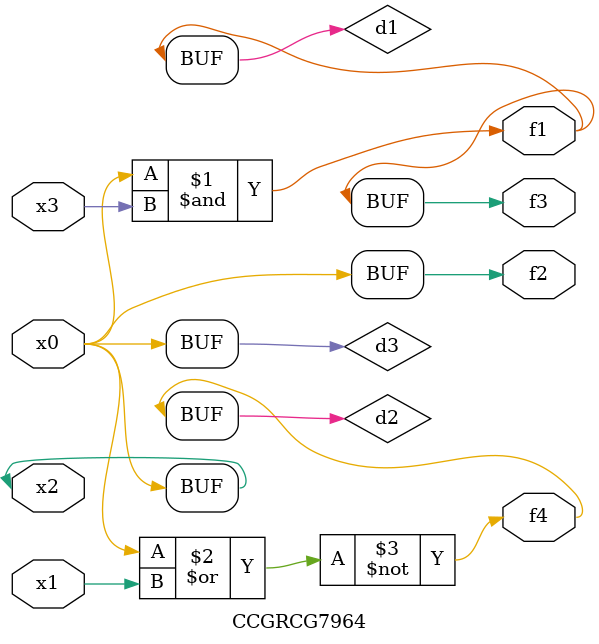
<source format=v>
module CCGRCG7964(
	input x0, x1, x2, x3,
	output f1, f2, f3, f4
);

	wire d1, d2, d3;

	and (d1, x2, x3);
	nor (d2, x0, x1);
	buf (d3, x0, x2);
	assign f1 = d1;
	assign f2 = d3;
	assign f3 = d1;
	assign f4 = d2;
endmodule

</source>
